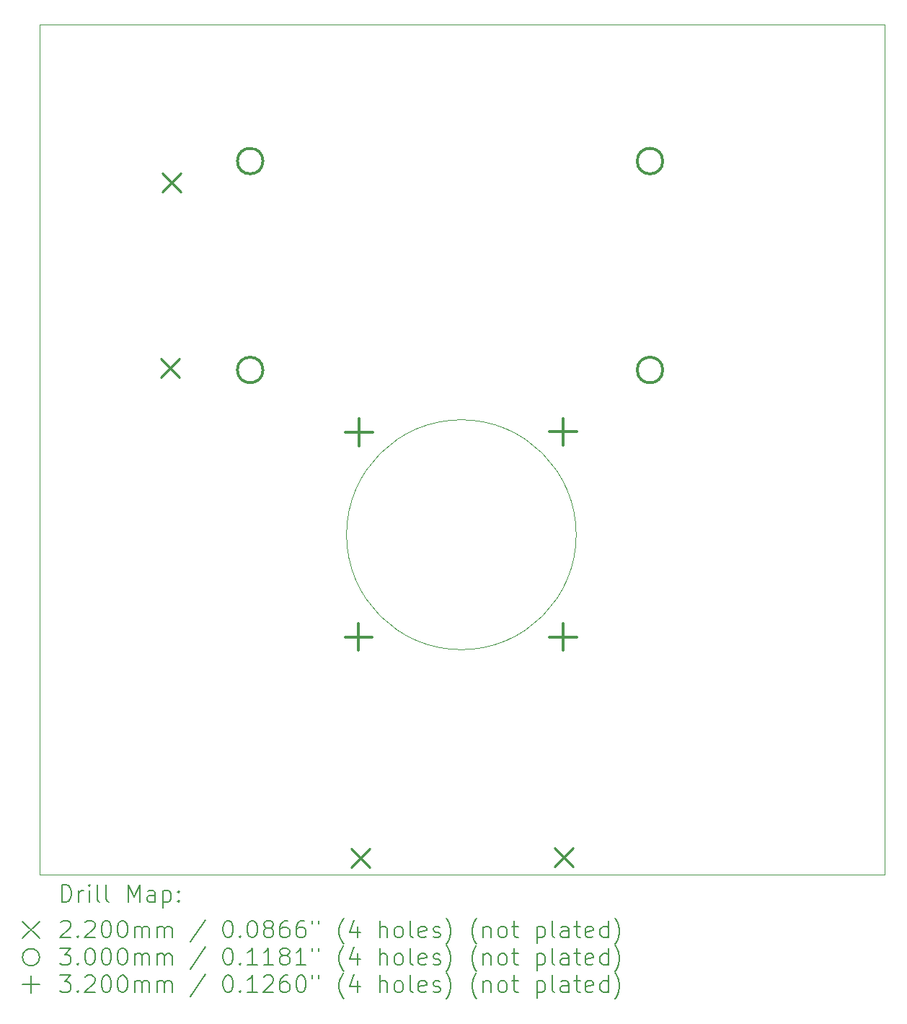
<source format=gbr>
%TF.GenerationSoftware,KiCad,Pcbnew,7.0.5*%
%TF.CreationDate,2023-08-03T15:07:47+02:00*%
%TF.ProjectId,Siguelineas,53696775-656c-4696-9e65-61732e6b6963,rev?*%
%TF.SameCoordinates,Original*%
%TF.FileFunction,Drillmap*%
%TF.FilePolarity,Positive*%
%FSLAX45Y45*%
G04 Gerber Fmt 4.5, Leading zero omitted, Abs format (unit mm)*
G04 Created by KiCad (PCBNEW 7.0.5) date 2023-08-03 15:07:47*
%MOMM*%
%LPD*%
G01*
G04 APERTURE LIST*
%ADD10C,0.100000*%
%ADD11C,0.200000*%
%ADD12C,0.220000*%
%ADD13C,0.300000*%
%ADD14C,0.320000*%
G04 APERTURE END LIST*
D10*
X9478000Y-4224000D02*
X19400000Y-4224000D01*
X19400000Y-14200000D01*
X9478000Y-14200000D01*
X9478000Y-4224000D01*
X15775940Y-10208260D02*
G75*
G03*
X15775940Y-10208260I-1348491J0D01*
G01*
D11*
D12*
X10898360Y-8145000D02*
X11118360Y-8365000D01*
X11118360Y-8145000D02*
X10898360Y-8365000D01*
X10913600Y-5965680D02*
X11133600Y-6185680D01*
X11133600Y-5965680D02*
X10913600Y-6185680D01*
X13136100Y-13887940D02*
X13356100Y-14107940D01*
X13356100Y-13887940D02*
X13136100Y-14107940D01*
X15518620Y-13882860D02*
X15738620Y-14102860D01*
X15738620Y-13882860D02*
X15518620Y-14102860D01*
D13*
X12097080Y-5824320D02*
G75*
G03*
X12097080Y-5824320I-150000J0D01*
G01*
X12097080Y-8275320D02*
G75*
G03*
X12097080Y-8275320I-150000J0D01*
G01*
X16792080Y-5824320D02*
G75*
G03*
X16792080Y-5824320I-150000J0D01*
G01*
X16792080Y-8275320D02*
G75*
G03*
X16792080Y-8275320I-150000J0D01*
G01*
D14*
X13220700Y-11247140D02*
X13220700Y-11567140D01*
X13060700Y-11407140D02*
X13380700Y-11407140D01*
X13225780Y-8846840D02*
X13225780Y-9166840D01*
X13065780Y-9006840D02*
X13385780Y-9006840D01*
X15621000Y-8841760D02*
X15621000Y-9161760D01*
X15461000Y-9001760D02*
X15781000Y-9001760D01*
X15621000Y-11247140D02*
X15621000Y-11567140D01*
X15461000Y-11407140D02*
X15781000Y-11407140D01*
D11*
X9733777Y-14516484D02*
X9733777Y-14316484D01*
X9733777Y-14316484D02*
X9781396Y-14316484D01*
X9781396Y-14316484D02*
X9809967Y-14326008D01*
X9809967Y-14326008D02*
X9829015Y-14345055D01*
X9829015Y-14345055D02*
X9838539Y-14364103D01*
X9838539Y-14364103D02*
X9848063Y-14402198D01*
X9848063Y-14402198D02*
X9848063Y-14430769D01*
X9848063Y-14430769D02*
X9838539Y-14468865D01*
X9838539Y-14468865D02*
X9829015Y-14487912D01*
X9829015Y-14487912D02*
X9809967Y-14506960D01*
X9809967Y-14506960D02*
X9781396Y-14516484D01*
X9781396Y-14516484D02*
X9733777Y-14516484D01*
X9933777Y-14516484D02*
X9933777Y-14383150D01*
X9933777Y-14421246D02*
X9943301Y-14402198D01*
X9943301Y-14402198D02*
X9952824Y-14392674D01*
X9952824Y-14392674D02*
X9971872Y-14383150D01*
X9971872Y-14383150D02*
X9990920Y-14383150D01*
X10057586Y-14516484D02*
X10057586Y-14383150D01*
X10057586Y-14316484D02*
X10048063Y-14326008D01*
X10048063Y-14326008D02*
X10057586Y-14335531D01*
X10057586Y-14335531D02*
X10067110Y-14326008D01*
X10067110Y-14326008D02*
X10057586Y-14316484D01*
X10057586Y-14316484D02*
X10057586Y-14335531D01*
X10181396Y-14516484D02*
X10162348Y-14506960D01*
X10162348Y-14506960D02*
X10152824Y-14487912D01*
X10152824Y-14487912D02*
X10152824Y-14316484D01*
X10286158Y-14516484D02*
X10267110Y-14506960D01*
X10267110Y-14506960D02*
X10257586Y-14487912D01*
X10257586Y-14487912D02*
X10257586Y-14316484D01*
X10514729Y-14516484D02*
X10514729Y-14316484D01*
X10514729Y-14316484D02*
X10581396Y-14459341D01*
X10581396Y-14459341D02*
X10648063Y-14316484D01*
X10648063Y-14316484D02*
X10648063Y-14516484D01*
X10829015Y-14516484D02*
X10829015Y-14411722D01*
X10829015Y-14411722D02*
X10819491Y-14392674D01*
X10819491Y-14392674D02*
X10800444Y-14383150D01*
X10800444Y-14383150D02*
X10762348Y-14383150D01*
X10762348Y-14383150D02*
X10743301Y-14392674D01*
X10829015Y-14506960D02*
X10809967Y-14516484D01*
X10809967Y-14516484D02*
X10762348Y-14516484D01*
X10762348Y-14516484D02*
X10743301Y-14506960D01*
X10743301Y-14506960D02*
X10733777Y-14487912D01*
X10733777Y-14487912D02*
X10733777Y-14468865D01*
X10733777Y-14468865D02*
X10743301Y-14449817D01*
X10743301Y-14449817D02*
X10762348Y-14440293D01*
X10762348Y-14440293D02*
X10809967Y-14440293D01*
X10809967Y-14440293D02*
X10829015Y-14430769D01*
X10924253Y-14383150D02*
X10924253Y-14583150D01*
X10924253Y-14392674D02*
X10943301Y-14383150D01*
X10943301Y-14383150D02*
X10981396Y-14383150D01*
X10981396Y-14383150D02*
X11000444Y-14392674D01*
X11000444Y-14392674D02*
X11009967Y-14402198D01*
X11009967Y-14402198D02*
X11019491Y-14421246D01*
X11019491Y-14421246D02*
X11019491Y-14478388D01*
X11019491Y-14478388D02*
X11009967Y-14497436D01*
X11009967Y-14497436D02*
X11000444Y-14506960D01*
X11000444Y-14506960D02*
X10981396Y-14516484D01*
X10981396Y-14516484D02*
X10943301Y-14516484D01*
X10943301Y-14516484D02*
X10924253Y-14506960D01*
X11105205Y-14497436D02*
X11114729Y-14506960D01*
X11114729Y-14506960D02*
X11105205Y-14516484D01*
X11105205Y-14516484D02*
X11095682Y-14506960D01*
X11095682Y-14506960D02*
X11105205Y-14497436D01*
X11105205Y-14497436D02*
X11105205Y-14516484D01*
X11105205Y-14392674D02*
X11114729Y-14402198D01*
X11114729Y-14402198D02*
X11105205Y-14411722D01*
X11105205Y-14411722D02*
X11095682Y-14402198D01*
X11095682Y-14402198D02*
X11105205Y-14392674D01*
X11105205Y-14392674D02*
X11105205Y-14411722D01*
X9273000Y-14745000D02*
X9473000Y-14945000D01*
X9473000Y-14745000D02*
X9273000Y-14945000D01*
X9724253Y-14755531D02*
X9733777Y-14746008D01*
X9733777Y-14746008D02*
X9752824Y-14736484D01*
X9752824Y-14736484D02*
X9800444Y-14736484D01*
X9800444Y-14736484D02*
X9819491Y-14746008D01*
X9819491Y-14746008D02*
X9829015Y-14755531D01*
X9829015Y-14755531D02*
X9838539Y-14774579D01*
X9838539Y-14774579D02*
X9838539Y-14793627D01*
X9838539Y-14793627D02*
X9829015Y-14822198D01*
X9829015Y-14822198D02*
X9714729Y-14936484D01*
X9714729Y-14936484D02*
X9838539Y-14936484D01*
X9924253Y-14917436D02*
X9933777Y-14926960D01*
X9933777Y-14926960D02*
X9924253Y-14936484D01*
X9924253Y-14936484D02*
X9914729Y-14926960D01*
X9914729Y-14926960D02*
X9924253Y-14917436D01*
X9924253Y-14917436D02*
X9924253Y-14936484D01*
X10009967Y-14755531D02*
X10019491Y-14746008D01*
X10019491Y-14746008D02*
X10038539Y-14736484D01*
X10038539Y-14736484D02*
X10086158Y-14736484D01*
X10086158Y-14736484D02*
X10105205Y-14746008D01*
X10105205Y-14746008D02*
X10114729Y-14755531D01*
X10114729Y-14755531D02*
X10124253Y-14774579D01*
X10124253Y-14774579D02*
X10124253Y-14793627D01*
X10124253Y-14793627D02*
X10114729Y-14822198D01*
X10114729Y-14822198D02*
X10000444Y-14936484D01*
X10000444Y-14936484D02*
X10124253Y-14936484D01*
X10248063Y-14736484D02*
X10267110Y-14736484D01*
X10267110Y-14736484D02*
X10286158Y-14746008D01*
X10286158Y-14746008D02*
X10295682Y-14755531D01*
X10295682Y-14755531D02*
X10305205Y-14774579D01*
X10305205Y-14774579D02*
X10314729Y-14812674D01*
X10314729Y-14812674D02*
X10314729Y-14860293D01*
X10314729Y-14860293D02*
X10305205Y-14898388D01*
X10305205Y-14898388D02*
X10295682Y-14917436D01*
X10295682Y-14917436D02*
X10286158Y-14926960D01*
X10286158Y-14926960D02*
X10267110Y-14936484D01*
X10267110Y-14936484D02*
X10248063Y-14936484D01*
X10248063Y-14936484D02*
X10229015Y-14926960D01*
X10229015Y-14926960D02*
X10219491Y-14917436D01*
X10219491Y-14917436D02*
X10209967Y-14898388D01*
X10209967Y-14898388D02*
X10200444Y-14860293D01*
X10200444Y-14860293D02*
X10200444Y-14812674D01*
X10200444Y-14812674D02*
X10209967Y-14774579D01*
X10209967Y-14774579D02*
X10219491Y-14755531D01*
X10219491Y-14755531D02*
X10229015Y-14746008D01*
X10229015Y-14746008D02*
X10248063Y-14736484D01*
X10438539Y-14736484D02*
X10457586Y-14736484D01*
X10457586Y-14736484D02*
X10476634Y-14746008D01*
X10476634Y-14746008D02*
X10486158Y-14755531D01*
X10486158Y-14755531D02*
X10495682Y-14774579D01*
X10495682Y-14774579D02*
X10505205Y-14812674D01*
X10505205Y-14812674D02*
X10505205Y-14860293D01*
X10505205Y-14860293D02*
X10495682Y-14898388D01*
X10495682Y-14898388D02*
X10486158Y-14917436D01*
X10486158Y-14917436D02*
X10476634Y-14926960D01*
X10476634Y-14926960D02*
X10457586Y-14936484D01*
X10457586Y-14936484D02*
X10438539Y-14936484D01*
X10438539Y-14936484D02*
X10419491Y-14926960D01*
X10419491Y-14926960D02*
X10409967Y-14917436D01*
X10409967Y-14917436D02*
X10400444Y-14898388D01*
X10400444Y-14898388D02*
X10390920Y-14860293D01*
X10390920Y-14860293D02*
X10390920Y-14812674D01*
X10390920Y-14812674D02*
X10400444Y-14774579D01*
X10400444Y-14774579D02*
X10409967Y-14755531D01*
X10409967Y-14755531D02*
X10419491Y-14746008D01*
X10419491Y-14746008D02*
X10438539Y-14736484D01*
X10590920Y-14936484D02*
X10590920Y-14803150D01*
X10590920Y-14822198D02*
X10600444Y-14812674D01*
X10600444Y-14812674D02*
X10619491Y-14803150D01*
X10619491Y-14803150D02*
X10648063Y-14803150D01*
X10648063Y-14803150D02*
X10667110Y-14812674D01*
X10667110Y-14812674D02*
X10676634Y-14831722D01*
X10676634Y-14831722D02*
X10676634Y-14936484D01*
X10676634Y-14831722D02*
X10686158Y-14812674D01*
X10686158Y-14812674D02*
X10705205Y-14803150D01*
X10705205Y-14803150D02*
X10733777Y-14803150D01*
X10733777Y-14803150D02*
X10752825Y-14812674D01*
X10752825Y-14812674D02*
X10762348Y-14831722D01*
X10762348Y-14831722D02*
X10762348Y-14936484D01*
X10857586Y-14936484D02*
X10857586Y-14803150D01*
X10857586Y-14822198D02*
X10867110Y-14812674D01*
X10867110Y-14812674D02*
X10886158Y-14803150D01*
X10886158Y-14803150D02*
X10914729Y-14803150D01*
X10914729Y-14803150D02*
X10933777Y-14812674D01*
X10933777Y-14812674D02*
X10943301Y-14831722D01*
X10943301Y-14831722D02*
X10943301Y-14936484D01*
X10943301Y-14831722D02*
X10952825Y-14812674D01*
X10952825Y-14812674D02*
X10971872Y-14803150D01*
X10971872Y-14803150D02*
X11000444Y-14803150D01*
X11000444Y-14803150D02*
X11019491Y-14812674D01*
X11019491Y-14812674D02*
X11029015Y-14831722D01*
X11029015Y-14831722D02*
X11029015Y-14936484D01*
X11419491Y-14726960D02*
X11248063Y-14984103D01*
X11676634Y-14736484D02*
X11695682Y-14736484D01*
X11695682Y-14736484D02*
X11714729Y-14746008D01*
X11714729Y-14746008D02*
X11724253Y-14755531D01*
X11724253Y-14755531D02*
X11733777Y-14774579D01*
X11733777Y-14774579D02*
X11743301Y-14812674D01*
X11743301Y-14812674D02*
X11743301Y-14860293D01*
X11743301Y-14860293D02*
X11733777Y-14898388D01*
X11733777Y-14898388D02*
X11724253Y-14917436D01*
X11724253Y-14917436D02*
X11714729Y-14926960D01*
X11714729Y-14926960D02*
X11695682Y-14936484D01*
X11695682Y-14936484D02*
X11676634Y-14936484D01*
X11676634Y-14936484D02*
X11657586Y-14926960D01*
X11657586Y-14926960D02*
X11648063Y-14917436D01*
X11648063Y-14917436D02*
X11638539Y-14898388D01*
X11638539Y-14898388D02*
X11629015Y-14860293D01*
X11629015Y-14860293D02*
X11629015Y-14812674D01*
X11629015Y-14812674D02*
X11638539Y-14774579D01*
X11638539Y-14774579D02*
X11648063Y-14755531D01*
X11648063Y-14755531D02*
X11657586Y-14746008D01*
X11657586Y-14746008D02*
X11676634Y-14736484D01*
X11829015Y-14917436D02*
X11838539Y-14926960D01*
X11838539Y-14926960D02*
X11829015Y-14936484D01*
X11829015Y-14936484D02*
X11819491Y-14926960D01*
X11819491Y-14926960D02*
X11829015Y-14917436D01*
X11829015Y-14917436D02*
X11829015Y-14936484D01*
X11962348Y-14736484D02*
X11981396Y-14736484D01*
X11981396Y-14736484D02*
X12000444Y-14746008D01*
X12000444Y-14746008D02*
X12009967Y-14755531D01*
X12009967Y-14755531D02*
X12019491Y-14774579D01*
X12019491Y-14774579D02*
X12029015Y-14812674D01*
X12029015Y-14812674D02*
X12029015Y-14860293D01*
X12029015Y-14860293D02*
X12019491Y-14898388D01*
X12019491Y-14898388D02*
X12009967Y-14917436D01*
X12009967Y-14917436D02*
X12000444Y-14926960D01*
X12000444Y-14926960D02*
X11981396Y-14936484D01*
X11981396Y-14936484D02*
X11962348Y-14936484D01*
X11962348Y-14936484D02*
X11943301Y-14926960D01*
X11943301Y-14926960D02*
X11933777Y-14917436D01*
X11933777Y-14917436D02*
X11924253Y-14898388D01*
X11924253Y-14898388D02*
X11914729Y-14860293D01*
X11914729Y-14860293D02*
X11914729Y-14812674D01*
X11914729Y-14812674D02*
X11924253Y-14774579D01*
X11924253Y-14774579D02*
X11933777Y-14755531D01*
X11933777Y-14755531D02*
X11943301Y-14746008D01*
X11943301Y-14746008D02*
X11962348Y-14736484D01*
X12143301Y-14822198D02*
X12124253Y-14812674D01*
X12124253Y-14812674D02*
X12114729Y-14803150D01*
X12114729Y-14803150D02*
X12105206Y-14784103D01*
X12105206Y-14784103D02*
X12105206Y-14774579D01*
X12105206Y-14774579D02*
X12114729Y-14755531D01*
X12114729Y-14755531D02*
X12124253Y-14746008D01*
X12124253Y-14746008D02*
X12143301Y-14736484D01*
X12143301Y-14736484D02*
X12181396Y-14736484D01*
X12181396Y-14736484D02*
X12200444Y-14746008D01*
X12200444Y-14746008D02*
X12209967Y-14755531D01*
X12209967Y-14755531D02*
X12219491Y-14774579D01*
X12219491Y-14774579D02*
X12219491Y-14784103D01*
X12219491Y-14784103D02*
X12209967Y-14803150D01*
X12209967Y-14803150D02*
X12200444Y-14812674D01*
X12200444Y-14812674D02*
X12181396Y-14822198D01*
X12181396Y-14822198D02*
X12143301Y-14822198D01*
X12143301Y-14822198D02*
X12124253Y-14831722D01*
X12124253Y-14831722D02*
X12114729Y-14841246D01*
X12114729Y-14841246D02*
X12105206Y-14860293D01*
X12105206Y-14860293D02*
X12105206Y-14898388D01*
X12105206Y-14898388D02*
X12114729Y-14917436D01*
X12114729Y-14917436D02*
X12124253Y-14926960D01*
X12124253Y-14926960D02*
X12143301Y-14936484D01*
X12143301Y-14936484D02*
X12181396Y-14936484D01*
X12181396Y-14936484D02*
X12200444Y-14926960D01*
X12200444Y-14926960D02*
X12209967Y-14917436D01*
X12209967Y-14917436D02*
X12219491Y-14898388D01*
X12219491Y-14898388D02*
X12219491Y-14860293D01*
X12219491Y-14860293D02*
X12209967Y-14841246D01*
X12209967Y-14841246D02*
X12200444Y-14831722D01*
X12200444Y-14831722D02*
X12181396Y-14822198D01*
X12390920Y-14736484D02*
X12352825Y-14736484D01*
X12352825Y-14736484D02*
X12333777Y-14746008D01*
X12333777Y-14746008D02*
X12324253Y-14755531D01*
X12324253Y-14755531D02*
X12305206Y-14784103D01*
X12305206Y-14784103D02*
X12295682Y-14822198D01*
X12295682Y-14822198D02*
X12295682Y-14898388D01*
X12295682Y-14898388D02*
X12305206Y-14917436D01*
X12305206Y-14917436D02*
X12314729Y-14926960D01*
X12314729Y-14926960D02*
X12333777Y-14936484D01*
X12333777Y-14936484D02*
X12371872Y-14936484D01*
X12371872Y-14936484D02*
X12390920Y-14926960D01*
X12390920Y-14926960D02*
X12400444Y-14917436D01*
X12400444Y-14917436D02*
X12409967Y-14898388D01*
X12409967Y-14898388D02*
X12409967Y-14850769D01*
X12409967Y-14850769D02*
X12400444Y-14831722D01*
X12400444Y-14831722D02*
X12390920Y-14822198D01*
X12390920Y-14822198D02*
X12371872Y-14812674D01*
X12371872Y-14812674D02*
X12333777Y-14812674D01*
X12333777Y-14812674D02*
X12314729Y-14822198D01*
X12314729Y-14822198D02*
X12305206Y-14831722D01*
X12305206Y-14831722D02*
X12295682Y-14850769D01*
X12581396Y-14736484D02*
X12543301Y-14736484D01*
X12543301Y-14736484D02*
X12524253Y-14746008D01*
X12524253Y-14746008D02*
X12514729Y-14755531D01*
X12514729Y-14755531D02*
X12495682Y-14784103D01*
X12495682Y-14784103D02*
X12486158Y-14822198D01*
X12486158Y-14822198D02*
X12486158Y-14898388D01*
X12486158Y-14898388D02*
X12495682Y-14917436D01*
X12495682Y-14917436D02*
X12505206Y-14926960D01*
X12505206Y-14926960D02*
X12524253Y-14936484D01*
X12524253Y-14936484D02*
X12562348Y-14936484D01*
X12562348Y-14936484D02*
X12581396Y-14926960D01*
X12581396Y-14926960D02*
X12590920Y-14917436D01*
X12590920Y-14917436D02*
X12600444Y-14898388D01*
X12600444Y-14898388D02*
X12600444Y-14850769D01*
X12600444Y-14850769D02*
X12590920Y-14831722D01*
X12590920Y-14831722D02*
X12581396Y-14822198D01*
X12581396Y-14822198D02*
X12562348Y-14812674D01*
X12562348Y-14812674D02*
X12524253Y-14812674D01*
X12524253Y-14812674D02*
X12505206Y-14822198D01*
X12505206Y-14822198D02*
X12495682Y-14831722D01*
X12495682Y-14831722D02*
X12486158Y-14850769D01*
X12676634Y-14736484D02*
X12676634Y-14774579D01*
X12752825Y-14736484D02*
X12752825Y-14774579D01*
X13048063Y-15012674D02*
X13038539Y-15003150D01*
X13038539Y-15003150D02*
X13019491Y-14974579D01*
X13019491Y-14974579D02*
X13009968Y-14955531D01*
X13009968Y-14955531D02*
X13000444Y-14926960D01*
X13000444Y-14926960D02*
X12990920Y-14879341D01*
X12990920Y-14879341D02*
X12990920Y-14841246D01*
X12990920Y-14841246D02*
X13000444Y-14793627D01*
X13000444Y-14793627D02*
X13009968Y-14765055D01*
X13009968Y-14765055D02*
X13019491Y-14746008D01*
X13019491Y-14746008D02*
X13038539Y-14717436D01*
X13038539Y-14717436D02*
X13048063Y-14707912D01*
X13209968Y-14803150D02*
X13209968Y-14936484D01*
X13162348Y-14726960D02*
X13114729Y-14869817D01*
X13114729Y-14869817D02*
X13238539Y-14869817D01*
X13467110Y-14936484D02*
X13467110Y-14736484D01*
X13552825Y-14936484D02*
X13552825Y-14831722D01*
X13552825Y-14831722D02*
X13543301Y-14812674D01*
X13543301Y-14812674D02*
X13524253Y-14803150D01*
X13524253Y-14803150D02*
X13495682Y-14803150D01*
X13495682Y-14803150D02*
X13476634Y-14812674D01*
X13476634Y-14812674D02*
X13467110Y-14822198D01*
X13676634Y-14936484D02*
X13657587Y-14926960D01*
X13657587Y-14926960D02*
X13648063Y-14917436D01*
X13648063Y-14917436D02*
X13638539Y-14898388D01*
X13638539Y-14898388D02*
X13638539Y-14841246D01*
X13638539Y-14841246D02*
X13648063Y-14822198D01*
X13648063Y-14822198D02*
X13657587Y-14812674D01*
X13657587Y-14812674D02*
X13676634Y-14803150D01*
X13676634Y-14803150D02*
X13705206Y-14803150D01*
X13705206Y-14803150D02*
X13724253Y-14812674D01*
X13724253Y-14812674D02*
X13733777Y-14822198D01*
X13733777Y-14822198D02*
X13743301Y-14841246D01*
X13743301Y-14841246D02*
X13743301Y-14898388D01*
X13743301Y-14898388D02*
X13733777Y-14917436D01*
X13733777Y-14917436D02*
X13724253Y-14926960D01*
X13724253Y-14926960D02*
X13705206Y-14936484D01*
X13705206Y-14936484D02*
X13676634Y-14936484D01*
X13857587Y-14936484D02*
X13838539Y-14926960D01*
X13838539Y-14926960D02*
X13829015Y-14907912D01*
X13829015Y-14907912D02*
X13829015Y-14736484D01*
X14009968Y-14926960D02*
X13990920Y-14936484D01*
X13990920Y-14936484D02*
X13952825Y-14936484D01*
X13952825Y-14936484D02*
X13933777Y-14926960D01*
X13933777Y-14926960D02*
X13924253Y-14907912D01*
X13924253Y-14907912D02*
X13924253Y-14831722D01*
X13924253Y-14831722D02*
X13933777Y-14812674D01*
X13933777Y-14812674D02*
X13952825Y-14803150D01*
X13952825Y-14803150D02*
X13990920Y-14803150D01*
X13990920Y-14803150D02*
X14009968Y-14812674D01*
X14009968Y-14812674D02*
X14019491Y-14831722D01*
X14019491Y-14831722D02*
X14019491Y-14850769D01*
X14019491Y-14850769D02*
X13924253Y-14869817D01*
X14095682Y-14926960D02*
X14114730Y-14936484D01*
X14114730Y-14936484D02*
X14152825Y-14936484D01*
X14152825Y-14936484D02*
X14171872Y-14926960D01*
X14171872Y-14926960D02*
X14181396Y-14907912D01*
X14181396Y-14907912D02*
X14181396Y-14898388D01*
X14181396Y-14898388D02*
X14171872Y-14879341D01*
X14171872Y-14879341D02*
X14152825Y-14869817D01*
X14152825Y-14869817D02*
X14124253Y-14869817D01*
X14124253Y-14869817D02*
X14105206Y-14860293D01*
X14105206Y-14860293D02*
X14095682Y-14841246D01*
X14095682Y-14841246D02*
X14095682Y-14831722D01*
X14095682Y-14831722D02*
X14105206Y-14812674D01*
X14105206Y-14812674D02*
X14124253Y-14803150D01*
X14124253Y-14803150D02*
X14152825Y-14803150D01*
X14152825Y-14803150D02*
X14171872Y-14812674D01*
X14248063Y-15012674D02*
X14257587Y-15003150D01*
X14257587Y-15003150D02*
X14276634Y-14974579D01*
X14276634Y-14974579D02*
X14286158Y-14955531D01*
X14286158Y-14955531D02*
X14295682Y-14926960D01*
X14295682Y-14926960D02*
X14305206Y-14879341D01*
X14305206Y-14879341D02*
X14305206Y-14841246D01*
X14305206Y-14841246D02*
X14295682Y-14793627D01*
X14295682Y-14793627D02*
X14286158Y-14765055D01*
X14286158Y-14765055D02*
X14276634Y-14746008D01*
X14276634Y-14746008D02*
X14257587Y-14717436D01*
X14257587Y-14717436D02*
X14248063Y-14707912D01*
X14609968Y-15012674D02*
X14600444Y-15003150D01*
X14600444Y-15003150D02*
X14581396Y-14974579D01*
X14581396Y-14974579D02*
X14571872Y-14955531D01*
X14571872Y-14955531D02*
X14562349Y-14926960D01*
X14562349Y-14926960D02*
X14552825Y-14879341D01*
X14552825Y-14879341D02*
X14552825Y-14841246D01*
X14552825Y-14841246D02*
X14562349Y-14793627D01*
X14562349Y-14793627D02*
X14571872Y-14765055D01*
X14571872Y-14765055D02*
X14581396Y-14746008D01*
X14581396Y-14746008D02*
X14600444Y-14717436D01*
X14600444Y-14717436D02*
X14609968Y-14707912D01*
X14686158Y-14803150D02*
X14686158Y-14936484D01*
X14686158Y-14822198D02*
X14695682Y-14812674D01*
X14695682Y-14812674D02*
X14714730Y-14803150D01*
X14714730Y-14803150D02*
X14743301Y-14803150D01*
X14743301Y-14803150D02*
X14762349Y-14812674D01*
X14762349Y-14812674D02*
X14771872Y-14831722D01*
X14771872Y-14831722D02*
X14771872Y-14936484D01*
X14895682Y-14936484D02*
X14876634Y-14926960D01*
X14876634Y-14926960D02*
X14867111Y-14917436D01*
X14867111Y-14917436D02*
X14857587Y-14898388D01*
X14857587Y-14898388D02*
X14857587Y-14841246D01*
X14857587Y-14841246D02*
X14867111Y-14822198D01*
X14867111Y-14822198D02*
X14876634Y-14812674D01*
X14876634Y-14812674D02*
X14895682Y-14803150D01*
X14895682Y-14803150D02*
X14924253Y-14803150D01*
X14924253Y-14803150D02*
X14943301Y-14812674D01*
X14943301Y-14812674D02*
X14952825Y-14822198D01*
X14952825Y-14822198D02*
X14962349Y-14841246D01*
X14962349Y-14841246D02*
X14962349Y-14898388D01*
X14962349Y-14898388D02*
X14952825Y-14917436D01*
X14952825Y-14917436D02*
X14943301Y-14926960D01*
X14943301Y-14926960D02*
X14924253Y-14936484D01*
X14924253Y-14936484D02*
X14895682Y-14936484D01*
X15019492Y-14803150D02*
X15095682Y-14803150D01*
X15048063Y-14736484D02*
X15048063Y-14907912D01*
X15048063Y-14907912D02*
X15057587Y-14926960D01*
X15057587Y-14926960D02*
X15076634Y-14936484D01*
X15076634Y-14936484D02*
X15095682Y-14936484D01*
X15314730Y-14803150D02*
X15314730Y-15003150D01*
X15314730Y-14812674D02*
X15333777Y-14803150D01*
X15333777Y-14803150D02*
X15371873Y-14803150D01*
X15371873Y-14803150D02*
X15390920Y-14812674D01*
X15390920Y-14812674D02*
X15400444Y-14822198D01*
X15400444Y-14822198D02*
X15409968Y-14841246D01*
X15409968Y-14841246D02*
X15409968Y-14898388D01*
X15409968Y-14898388D02*
X15400444Y-14917436D01*
X15400444Y-14917436D02*
X15390920Y-14926960D01*
X15390920Y-14926960D02*
X15371873Y-14936484D01*
X15371873Y-14936484D02*
X15333777Y-14936484D01*
X15333777Y-14936484D02*
X15314730Y-14926960D01*
X15524253Y-14936484D02*
X15505206Y-14926960D01*
X15505206Y-14926960D02*
X15495682Y-14907912D01*
X15495682Y-14907912D02*
X15495682Y-14736484D01*
X15686158Y-14936484D02*
X15686158Y-14831722D01*
X15686158Y-14831722D02*
X15676634Y-14812674D01*
X15676634Y-14812674D02*
X15657587Y-14803150D01*
X15657587Y-14803150D02*
X15619492Y-14803150D01*
X15619492Y-14803150D02*
X15600444Y-14812674D01*
X15686158Y-14926960D02*
X15667111Y-14936484D01*
X15667111Y-14936484D02*
X15619492Y-14936484D01*
X15619492Y-14936484D02*
X15600444Y-14926960D01*
X15600444Y-14926960D02*
X15590920Y-14907912D01*
X15590920Y-14907912D02*
X15590920Y-14888865D01*
X15590920Y-14888865D02*
X15600444Y-14869817D01*
X15600444Y-14869817D02*
X15619492Y-14860293D01*
X15619492Y-14860293D02*
X15667111Y-14860293D01*
X15667111Y-14860293D02*
X15686158Y-14850769D01*
X15752825Y-14803150D02*
X15829015Y-14803150D01*
X15781396Y-14736484D02*
X15781396Y-14907912D01*
X15781396Y-14907912D02*
X15790920Y-14926960D01*
X15790920Y-14926960D02*
X15809968Y-14936484D01*
X15809968Y-14936484D02*
X15829015Y-14936484D01*
X15971873Y-14926960D02*
X15952825Y-14936484D01*
X15952825Y-14936484D02*
X15914730Y-14936484D01*
X15914730Y-14936484D02*
X15895682Y-14926960D01*
X15895682Y-14926960D02*
X15886158Y-14907912D01*
X15886158Y-14907912D02*
X15886158Y-14831722D01*
X15886158Y-14831722D02*
X15895682Y-14812674D01*
X15895682Y-14812674D02*
X15914730Y-14803150D01*
X15914730Y-14803150D02*
X15952825Y-14803150D01*
X15952825Y-14803150D02*
X15971873Y-14812674D01*
X15971873Y-14812674D02*
X15981396Y-14831722D01*
X15981396Y-14831722D02*
X15981396Y-14850769D01*
X15981396Y-14850769D02*
X15886158Y-14869817D01*
X16152825Y-14936484D02*
X16152825Y-14736484D01*
X16152825Y-14926960D02*
X16133777Y-14936484D01*
X16133777Y-14936484D02*
X16095682Y-14936484D01*
X16095682Y-14936484D02*
X16076634Y-14926960D01*
X16076634Y-14926960D02*
X16067111Y-14917436D01*
X16067111Y-14917436D02*
X16057587Y-14898388D01*
X16057587Y-14898388D02*
X16057587Y-14841246D01*
X16057587Y-14841246D02*
X16067111Y-14822198D01*
X16067111Y-14822198D02*
X16076634Y-14812674D01*
X16076634Y-14812674D02*
X16095682Y-14803150D01*
X16095682Y-14803150D02*
X16133777Y-14803150D01*
X16133777Y-14803150D02*
X16152825Y-14812674D01*
X16229015Y-15012674D02*
X16238539Y-15003150D01*
X16238539Y-15003150D02*
X16257587Y-14974579D01*
X16257587Y-14974579D02*
X16267111Y-14955531D01*
X16267111Y-14955531D02*
X16276634Y-14926960D01*
X16276634Y-14926960D02*
X16286158Y-14879341D01*
X16286158Y-14879341D02*
X16286158Y-14841246D01*
X16286158Y-14841246D02*
X16276634Y-14793627D01*
X16276634Y-14793627D02*
X16267111Y-14765055D01*
X16267111Y-14765055D02*
X16257587Y-14746008D01*
X16257587Y-14746008D02*
X16238539Y-14717436D01*
X16238539Y-14717436D02*
X16229015Y-14707912D01*
X9473000Y-15165000D02*
G75*
G03*
X9473000Y-15165000I-100000J0D01*
G01*
X9714729Y-15056484D02*
X9838539Y-15056484D01*
X9838539Y-15056484D02*
X9771872Y-15132674D01*
X9771872Y-15132674D02*
X9800444Y-15132674D01*
X9800444Y-15132674D02*
X9819491Y-15142198D01*
X9819491Y-15142198D02*
X9829015Y-15151722D01*
X9829015Y-15151722D02*
X9838539Y-15170769D01*
X9838539Y-15170769D02*
X9838539Y-15218388D01*
X9838539Y-15218388D02*
X9829015Y-15237436D01*
X9829015Y-15237436D02*
X9819491Y-15246960D01*
X9819491Y-15246960D02*
X9800444Y-15256484D01*
X9800444Y-15256484D02*
X9743301Y-15256484D01*
X9743301Y-15256484D02*
X9724253Y-15246960D01*
X9724253Y-15246960D02*
X9714729Y-15237436D01*
X9924253Y-15237436D02*
X9933777Y-15246960D01*
X9933777Y-15246960D02*
X9924253Y-15256484D01*
X9924253Y-15256484D02*
X9914729Y-15246960D01*
X9914729Y-15246960D02*
X9924253Y-15237436D01*
X9924253Y-15237436D02*
X9924253Y-15256484D01*
X10057586Y-15056484D02*
X10076634Y-15056484D01*
X10076634Y-15056484D02*
X10095682Y-15066008D01*
X10095682Y-15066008D02*
X10105205Y-15075531D01*
X10105205Y-15075531D02*
X10114729Y-15094579D01*
X10114729Y-15094579D02*
X10124253Y-15132674D01*
X10124253Y-15132674D02*
X10124253Y-15180293D01*
X10124253Y-15180293D02*
X10114729Y-15218388D01*
X10114729Y-15218388D02*
X10105205Y-15237436D01*
X10105205Y-15237436D02*
X10095682Y-15246960D01*
X10095682Y-15246960D02*
X10076634Y-15256484D01*
X10076634Y-15256484D02*
X10057586Y-15256484D01*
X10057586Y-15256484D02*
X10038539Y-15246960D01*
X10038539Y-15246960D02*
X10029015Y-15237436D01*
X10029015Y-15237436D02*
X10019491Y-15218388D01*
X10019491Y-15218388D02*
X10009967Y-15180293D01*
X10009967Y-15180293D02*
X10009967Y-15132674D01*
X10009967Y-15132674D02*
X10019491Y-15094579D01*
X10019491Y-15094579D02*
X10029015Y-15075531D01*
X10029015Y-15075531D02*
X10038539Y-15066008D01*
X10038539Y-15066008D02*
X10057586Y-15056484D01*
X10248063Y-15056484D02*
X10267110Y-15056484D01*
X10267110Y-15056484D02*
X10286158Y-15066008D01*
X10286158Y-15066008D02*
X10295682Y-15075531D01*
X10295682Y-15075531D02*
X10305205Y-15094579D01*
X10305205Y-15094579D02*
X10314729Y-15132674D01*
X10314729Y-15132674D02*
X10314729Y-15180293D01*
X10314729Y-15180293D02*
X10305205Y-15218388D01*
X10305205Y-15218388D02*
X10295682Y-15237436D01*
X10295682Y-15237436D02*
X10286158Y-15246960D01*
X10286158Y-15246960D02*
X10267110Y-15256484D01*
X10267110Y-15256484D02*
X10248063Y-15256484D01*
X10248063Y-15256484D02*
X10229015Y-15246960D01*
X10229015Y-15246960D02*
X10219491Y-15237436D01*
X10219491Y-15237436D02*
X10209967Y-15218388D01*
X10209967Y-15218388D02*
X10200444Y-15180293D01*
X10200444Y-15180293D02*
X10200444Y-15132674D01*
X10200444Y-15132674D02*
X10209967Y-15094579D01*
X10209967Y-15094579D02*
X10219491Y-15075531D01*
X10219491Y-15075531D02*
X10229015Y-15066008D01*
X10229015Y-15066008D02*
X10248063Y-15056484D01*
X10438539Y-15056484D02*
X10457586Y-15056484D01*
X10457586Y-15056484D02*
X10476634Y-15066008D01*
X10476634Y-15066008D02*
X10486158Y-15075531D01*
X10486158Y-15075531D02*
X10495682Y-15094579D01*
X10495682Y-15094579D02*
X10505205Y-15132674D01*
X10505205Y-15132674D02*
X10505205Y-15180293D01*
X10505205Y-15180293D02*
X10495682Y-15218388D01*
X10495682Y-15218388D02*
X10486158Y-15237436D01*
X10486158Y-15237436D02*
X10476634Y-15246960D01*
X10476634Y-15246960D02*
X10457586Y-15256484D01*
X10457586Y-15256484D02*
X10438539Y-15256484D01*
X10438539Y-15256484D02*
X10419491Y-15246960D01*
X10419491Y-15246960D02*
X10409967Y-15237436D01*
X10409967Y-15237436D02*
X10400444Y-15218388D01*
X10400444Y-15218388D02*
X10390920Y-15180293D01*
X10390920Y-15180293D02*
X10390920Y-15132674D01*
X10390920Y-15132674D02*
X10400444Y-15094579D01*
X10400444Y-15094579D02*
X10409967Y-15075531D01*
X10409967Y-15075531D02*
X10419491Y-15066008D01*
X10419491Y-15066008D02*
X10438539Y-15056484D01*
X10590920Y-15256484D02*
X10590920Y-15123150D01*
X10590920Y-15142198D02*
X10600444Y-15132674D01*
X10600444Y-15132674D02*
X10619491Y-15123150D01*
X10619491Y-15123150D02*
X10648063Y-15123150D01*
X10648063Y-15123150D02*
X10667110Y-15132674D01*
X10667110Y-15132674D02*
X10676634Y-15151722D01*
X10676634Y-15151722D02*
X10676634Y-15256484D01*
X10676634Y-15151722D02*
X10686158Y-15132674D01*
X10686158Y-15132674D02*
X10705205Y-15123150D01*
X10705205Y-15123150D02*
X10733777Y-15123150D01*
X10733777Y-15123150D02*
X10752825Y-15132674D01*
X10752825Y-15132674D02*
X10762348Y-15151722D01*
X10762348Y-15151722D02*
X10762348Y-15256484D01*
X10857586Y-15256484D02*
X10857586Y-15123150D01*
X10857586Y-15142198D02*
X10867110Y-15132674D01*
X10867110Y-15132674D02*
X10886158Y-15123150D01*
X10886158Y-15123150D02*
X10914729Y-15123150D01*
X10914729Y-15123150D02*
X10933777Y-15132674D01*
X10933777Y-15132674D02*
X10943301Y-15151722D01*
X10943301Y-15151722D02*
X10943301Y-15256484D01*
X10943301Y-15151722D02*
X10952825Y-15132674D01*
X10952825Y-15132674D02*
X10971872Y-15123150D01*
X10971872Y-15123150D02*
X11000444Y-15123150D01*
X11000444Y-15123150D02*
X11019491Y-15132674D01*
X11019491Y-15132674D02*
X11029015Y-15151722D01*
X11029015Y-15151722D02*
X11029015Y-15256484D01*
X11419491Y-15046960D02*
X11248063Y-15304103D01*
X11676634Y-15056484D02*
X11695682Y-15056484D01*
X11695682Y-15056484D02*
X11714729Y-15066008D01*
X11714729Y-15066008D02*
X11724253Y-15075531D01*
X11724253Y-15075531D02*
X11733777Y-15094579D01*
X11733777Y-15094579D02*
X11743301Y-15132674D01*
X11743301Y-15132674D02*
X11743301Y-15180293D01*
X11743301Y-15180293D02*
X11733777Y-15218388D01*
X11733777Y-15218388D02*
X11724253Y-15237436D01*
X11724253Y-15237436D02*
X11714729Y-15246960D01*
X11714729Y-15246960D02*
X11695682Y-15256484D01*
X11695682Y-15256484D02*
X11676634Y-15256484D01*
X11676634Y-15256484D02*
X11657586Y-15246960D01*
X11657586Y-15246960D02*
X11648063Y-15237436D01*
X11648063Y-15237436D02*
X11638539Y-15218388D01*
X11638539Y-15218388D02*
X11629015Y-15180293D01*
X11629015Y-15180293D02*
X11629015Y-15132674D01*
X11629015Y-15132674D02*
X11638539Y-15094579D01*
X11638539Y-15094579D02*
X11648063Y-15075531D01*
X11648063Y-15075531D02*
X11657586Y-15066008D01*
X11657586Y-15066008D02*
X11676634Y-15056484D01*
X11829015Y-15237436D02*
X11838539Y-15246960D01*
X11838539Y-15246960D02*
X11829015Y-15256484D01*
X11829015Y-15256484D02*
X11819491Y-15246960D01*
X11819491Y-15246960D02*
X11829015Y-15237436D01*
X11829015Y-15237436D02*
X11829015Y-15256484D01*
X12029015Y-15256484D02*
X11914729Y-15256484D01*
X11971872Y-15256484D02*
X11971872Y-15056484D01*
X11971872Y-15056484D02*
X11952825Y-15085055D01*
X11952825Y-15085055D02*
X11933777Y-15104103D01*
X11933777Y-15104103D02*
X11914729Y-15113627D01*
X12219491Y-15256484D02*
X12105206Y-15256484D01*
X12162348Y-15256484D02*
X12162348Y-15056484D01*
X12162348Y-15056484D02*
X12143301Y-15085055D01*
X12143301Y-15085055D02*
X12124253Y-15104103D01*
X12124253Y-15104103D02*
X12105206Y-15113627D01*
X12333777Y-15142198D02*
X12314729Y-15132674D01*
X12314729Y-15132674D02*
X12305206Y-15123150D01*
X12305206Y-15123150D02*
X12295682Y-15104103D01*
X12295682Y-15104103D02*
X12295682Y-15094579D01*
X12295682Y-15094579D02*
X12305206Y-15075531D01*
X12305206Y-15075531D02*
X12314729Y-15066008D01*
X12314729Y-15066008D02*
X12333777Y-15056484D01*
X12333777Y-15056484D02*
X12371872Y-15056484D01*
X12371872Y-15056484D02*
X12390920Y-15066008D01*
X12390920Y-15066008D02*
X12400444Y-15075531D01*
X12400444Y-15075531D02*
X12409967Y-15094579D01*
X12409967Y-15094579D02*
X12409967Y-15104103D01*
X12409967Y-15104103D02*
X12400444Y-15123150D01*
X12400444Y-15123150D02*
X12390920Y-15132674D01*
X12390920Y-15132674D02*
X12371872Y-15142198D01*
X12371872Y-15142198D02*
X12333777Y-15142198D01*
X12333777Y-15142198D02*
X12314729Y-15151722D01*
X12314729Y-15151722D02*
X12305206Y-15161246D01*
X12305206Y-15161246D02*
X12295682Y-15180293D01*
X12295682Y-15180293D02*
X12295682Y-15218388D01*
X12295682Y-15218388D02*
X12305206Y-15237436D01*
X12305206Y-15237436D02*
X12314729Y-15246960D01*
X12314729Y-15246960D02*
X12333777Y-15256484D01*
X12333777Y-15256484D02*
X12371872Y-15256484D01*
X12371872Y-15256484D02*
X12390920Y-15246960D01*
X12390920Y-15246960D02*
X12400444Y-15237436D01*
X12400444Y-15237436D02*
X12409967Y-15218388D01*
X12409967Y-15218388D02*
X12409967Y-15180293D01*
X12409967Y-15180293D02*
X12400444Y-15161246D01*
X12400444Y-15161246D02*
X12390920Y-15151722D01*
X12390920Y-15151722D02*
X12371872Y-15142198D01*
X12600444Y-15256484D02*
X12486158Y-15256484D01*
X12543301Y-15256484D02*
X12543301Y-15056484D01*
X12543301Y-15056484D02*
X12524253Y-15085055D01*
X12524253Y-15085055D02*
X12505206Y-15104103D01*
X12505206Y-15104103D02*
X12486158Y-15113627D01*
X12676634Y-15056484D02*
X12676634Y-15094579D01*
X12752825Y-15056484D02*
X12752825Y-15094579D01*
X13048063Y-15332674D02*
X13038539Y-15323150D01*
X13038539Y-15323150D02*
X13019491Y-15294579D01*
X13019491Y-15294579D02*
X13009968Y-15275531D01*
X13009968Y-15275531D02*
X13000444Y-15246960D01*
X13000444Y-15246960D02*
X12990920Y-15199341D01*
X12990920Y-15199341D02*
X12990920Y-15161246D01*
X12990920Y-15161246D02*
X13000444Y-15113627D01*
X13000444Y-15113627D02*
X13009968Y-15085055D01*
X13009968Y-15085055D02*
X13019491Y-15066008D01*
X13019491Y-15066008D02*
X13038539Y-15037436D01*
X13038539Y-15037436D02*
X13048063Y-15027912D01*
X13209968Y-15123150D02*
X13209968Y-15256484D01*
X13162348Y-15046960D02*
X13114729Y-15189817D01*
X13114729Y-15189817D02*
X13238539Y-15189817D01*
X13467110Y-15256484D02*
X13467110Y-15056484D01*
X13552825Y-15256484D02*
X13552825Y-15151722D01*
X13552825Y-15151722D02*
X13543301Y-15132674D01*
X13543301Y-15132674D02*
X13524253Y-15123150D01*
X13524253Y-15123150D02*
X13495682Y-15123150D01*
X13495682Y-15123150D02*
X13476634Y-15132674D01*
X13476634Y-15132674D02*
X13467110Y-15142198D01*
X13676634Y-15256484D02*
X13657587Y-15246960D01*
X13657587Y-15246960D02*
X13648063Y-15237436D01*
X13648063Y-15237436D02*
X13638539Y-15218388D01*
X13638539Y-15218388D02*
X13638539Y-15161246D01*
X13638539Y-15161246D02*
X13648063Y-15142198D01*
X13648063Y-15142198D02*
X13657587Y-15132674D01*
X13657587Y-15132674D02*
X13676634Y-15123150D01*
X13676634Y-15123150D02*
X13705206Y-15123150D01*
X13705206Y-15123150D02*
X13724253Y-15132674D01*
X13724253Y-15132674D02*
X13733777Y-15142198D01*
X13733777Y-15142198D02*
X13743301Y-15161246D01*
X13743301Y-15161246D02*
X13743301Y-15218388D01*
X13743301Y-15218388D02*
X13733777Y-15237436D01*
X13733777Y-15237436D02*
X13724253Y-15246960D01*
X13724253Y-15246960D02*
X13705206Y-15256484D01*
X13705206Y-15256484D02*
X13676634Y-15256484D01*
X13857587Y-15256484D02*
X13838539Y-15246960D01*
X13838539Y-15246960D02*
X13829015Y-15227912D01*
X13829015Y-15227912D02*
X13829015Y-15056484D01*
X14009968Y-15246960D02*
X13990920Y-15256484D01*
X13990920Y-15256484D02*
X13952825Y-15256484D01*
X13952825Y-15256484D02*
X13933777Y-15246960D01*
X13933777Y-15246960D02*
X13924253Y-15227912D01*
X13924253Y-15227912D02*
X13924253Y-15151722D01*
X13924253Y-15151722D02*
X13933777Y-15132674D01*
X13933777Y-15132674D02*
X13952825Y-15123150D01*
X13952825Y-15123150D02*
X13990920Y-15123150D01*
X13990920Y-15123150D02*
X14009968Y-15132674D01*
X14009968Y-15132674D02*
X14019491Y-15151722D01*
X14019491Y-15151722D02*
X14019491Y-15170769D01*
X14019491Y-15170769D02*
X13924253Y-15189817D01*
X14095682Y-15246960D02*
X14114730Y-15256484D01*
X14114730Y-15256484D02*
X14152825Y-15256484D01*
X14152825Y-15256484D02*
X14171872Y-15246960D01*
X14171872Y-15246960D02*
X14181396Y-15227912D01*
X14181396Y-15227912D02*
X14181396Y-15218388D01*
X14181396Y-15218388D02*
X14171872Y-15199341D01*
X14171872Y-15199341D02*
X14152825Y-15189817D01*
X14152825Y-15189817D02*
X14124253Y-15189817D01*
X14124253Y-15189817D02*
X14105206Y-15180293D01*
X14105206Y-15180293D02*
X14095682Y-15161246D01*
X14095682Y-15161246D02*
X14095682Y-15151722D01*
X14095682Y-15151722D02*
X14105206Y-15132674D01*
X14105206Y-15132674D02*
X14124253Y-15123150D01*
X14124253Y-15123150D02*
X14152825Y-15123150D01*
X14152825Y-15123150D02*
X14171872Y-15132674D01*
X14248063Y-15332674D02*
X14257587Y-15323150D01*
X14257587Y-15323150D02*
X14276634Y-15294579D01*
X14276634Y-15294579D02*
X14286158Y-15275531D01*
X14286158Y-15275531D02*
X14295682Y-15246960D01*
X14295682Y-15246960D02*
X14305206Y-15199341D01*
X14305206Y-15199341D02*
X14305206Y-15161246D01*
X14305206Y-15161246D02*
X14295682Y-15113627D01*
X14295682Y-15113627D02*
X14286158Y-15085055D01*
X14286158Y-15085055D02*
X14276634Y-15066008D01*
X14276634Y-15066008D02*
X14257587Y-15037436D01*
X14257587Y-15037436D02*
X14248063Y-15027912D01*
X14609968Y-15332674D02*
X14600444Y-15323150D01*
X14600444Y-15323150D02*
X14581396Y-15294579D01*
X14581396Y-15294579D02*
X14571872Y-15275531D01*
X14571872Y-15275531D02*
X14562349Y-15246960D01*
X14562349Y-15246960D02*
X14552825Y-15199341D01*
X14552825Y-15199341D02*
X14552825Y-15161246D01*
X14552825Y-15161246D02*
X14562349Y-15113627D01*
X14562349Y-15113627D02*
X14571872Y-15085055D01*
X14571872Y-15085055D02*
X14581396Y-15066008D01*
X14581396Y-15066008D02*
X14600444Y-15037436D01*
X14600444Y-15037436D02*
X14609968Y-15027912D01*
X14686158Y-15123150D02*
X14686158Y-15256484D01*
X14686158Y-15142198D02*
X14695682Y-15132674D01*
X14695682Y-15132674D02*
X14714730Y-15123150D01*
X14714730Y-15123150D02*
X14743301Y-15123150D01*
X14743301Y-15123150D02*
X14762349Y-15132674D01*
X14762349Y-15132674D02*
X14771872Y-15151722D01*
X14771872Y-15151722D02*
X14771872Y-15256484D01*
X14895682Y-15256484D02*
X14876634Y-15246960D01*
X14876634Y-15246960D02*
X14867111Y-15237436D01*
X14867111Y-15237436D02*
X14857587Y-15218388D01*
X14857587Y-15218388D02*
X14857587Y-15161246D01*
X14857587Y-15161246D02*
X14867111Y-15142198D01*
X14867111Y-15142198D02*
X14876634Y-15132674D01*
X14876634Y-15132674D02*
X14895682Y-15123150D01*
X14895682Y-15123150D02*
X14924253Y-15123150D01*
X14924253Y-15123150D02*
X14943301Y-15132674D01*
X14943301Y-15132674D02*
X14952825Y-15142198D01*
X14952825Y-15142198D02*
X14962349Y-15161246D01*
X14962349Y-15161246D02*
X14962349Y-15218388D01*
X14962349Y-15218388D02*
X14952825Y-15237436D01*
X14952825Y-15237436D02*
X14943301Y-15246960D01*
X14943301Y-15246960D02*
X14924253Y-15256484D01*
X14924253Y-15256484D02*
X14895682Y-15256484D01*
X15019492Y-15123150D02*
X15095682Y-15123150D01*
X15048063Y-15056484D02*
X15048063Y-15227912D01*
X15048063Y-15227912D02*
X15057587Y-15246960D01*
X15057587Y-15246960D02*
X15076634Y-15256484D01*
X15076634Y-15256484D02*
X15095682Y-15256484D01*
X15314730Y-15123150D02*
X15314730Y-15323150D01*
X15314730Y-15132674D02*
X15333777Y-15123150D01*
X15333777Y-15123150D02*
X15371873Y-15123150D01*
X15371873Y-15123150D02*
X15390920Y-15132674D01*
X15390920Y-15132674D02*
X15400444Y-15142198D01*
X15400444Y-15142198D02*
X15409968Y-15161246D01*
X15409968Y-15161246D02*
X15409968Y-15218388D01*
X15409968Y-15218388D02*
X15400444Y-15237436D01*
X15400444Y-15237436D02*
X15390920Y-15246960D01*
X15390920Y-15246960D02*
X15371873Y-15256484D01*
X15371873Y-15256484D02*
X15333777Y-15256484D01*
X15333777Y-15256484D02*
X15314730Y-15246960D01*
X15524253Y-15256484D02*
X15505206Y-15246960D01*
X15505206Y-15246960D02*
X15495682Y-15227912D01*
X15495682Y-15227912D02*
X15495682Y-15056484D01*
X15686158Y-15256484D02*
X15686158Y-15151722D01*
X15686158Y-15151722D02*
X15676634Y-15132674D01*
X15676634Y-15132674D02*
X15657587Y-15123150D01*
X15657587Y-15123150D02*
X15619492Y-15123150D01*
X15619492Y-15123150D02*
X15600444Y-15132674D01*
X15686158Y-15246960D02*
X15667111Y-15256484D01*
X15667111Y-15256484D02*
X15619492Y-15256484D01*
X15619492Y-15256484D02*
X15600444Y-15246960D01*
X15600444Y-15246960D02*
X15590920Y-15227912D01*
X15590920Y-15227912D02*
X15590920Y-15208865D01*
X15590920Y-15208865D02*
X15600444Y-15189817D01*
X15600444Y-15189817D02*
X15619492Y-15180293D01*
X15619492Y-15180293D02*
X15667111Y-15180293D01*
X15667111Y-15180293D02*
X15686158Y-15170769D01*
X15752825Y-15123150D02*
X15829015Y-15123150D01*
X15781396Y-15056484D02*
X15781396Y-15227912D01*
X15781396Y-15227912D02*
X15790920Y-15246960D01*
X15790920Y-15246960D02*
X15809968Y-15256484D01*
X15809968Y-15256484D02*
X15829015Y-15256484D01*
X15971873Y-15246960D02*
X15952825Y-15256484D01*
X15952825Y-15256484D02*
X15914730Y-15256484D01*
X15914730Y-15256484D02*
X15895682Y-15246960D01*
X15895682Y-15246960D02*
X15886158Y-15227912D01*
X15886158Y-15227912D02*
X15886158Y-15151722D01*
X15886158Y-15151722D02*
X15895682Y-15132674D01*
X15895682Y-15132674D02*
X15914730Y-15123150D01*
X15914730Y-15123150D02*
X15952825Y-15123150D01*
X15952825Y-15123150D02*
X15971873Y-15132674D01*
X15971873Y-15132674D02*
X15981396Y-15151722D01*
X15981396Y-15151722D02*
X15981396Y-15170769D01*
X15981396Y-15170769D02*
X15886158Y-15189817D01*
X16152825Y-15256484D02*
X16152825Y-15056484D01*
X16152825Y-15246960D02*
X16133777Y-15256484D01*
X16133777Y-15256484D02*
X16095682Y-15256484D01*
X16095682Y-15256484D02*
X16076634Y-15246960D01*
X16076634Y-15246960D02*
X16067111Y-15237436D01*
X16067111Y-15237436D02*
X16057587Y-15218388D01*
X16057587Y-15218388D02*
X16057587Y-15161246D01*
X16057587Y-15161246D02*
X16067111Y-15142198D01*
X16067111Y-15142198D02*
X16076634Y-15132674D01*
X16076634Y-15132674D02*
X16095682Y-15123150D01*
X16095682Y-15123150D02*
X16133777Y-15123150D01*
X16133777Y-15123150D02*
X16152825Y-15132674D01*
X16229015Y-15332674D02*
X16238539Y-15323150D01*
X16238539Y-15323150D02*
X16257587Y-15294579D01*
X16257587Y-15294579D02*
X16267111Y-15275531D01*
X16267111Y-15275531D02*
X16276634Y-15246960D01*
X16276634Y-15246960D02*
X16286158Y-15199341D01*
X16286158Y-15199341D02*
X16286158Y-15161246D01*
X16286158Y-15161246D02*
X16276634Y-15113627D01*
X16276634Y-15113627D02*
X16267111Y-15085055D01*
X16267111Y-15085055D02*
X16257587Y-15066008D01*
X16257587Y-15066008D02*
X16238539Y-15037436D01*
X16238539Y-15037436D02*
X16229015Y-15027912D01*
X9373000Y-15385000D02*
X9373000Y-15585000D01*
X9273000Y-15485000D02*
X9473000Y-15485000D01*
X9714729Y-15376484D02*
X9838539Y-15376484D01*
X9838539Y-15376484D02*
X9771872Y-15452674D01*
X9771872Y-15452674D02*
X9800444Y-15452674D01*
X9800444Y-15452674D02*
X9819491Y-15462198D01*
X9819491Y-15462198D02*
X9829015Y-15471722D01*
X9829015Y-15471722D02*
X9838539Y-15490769D01*
X9838539Y-15490769D02*
X9838539Y-15538388D01*
X9838539Y-15538388D02*
X9829015Y-15557436D01*
X9829015Y-15557436D02*
X9819491Y-15566960D01*
X9819491Y-15566960D02*
X9800444Y-15576484D01*
X9800444Y-15576484D02*
X9743301Y-15576484D01*
X9743301Y-15576484D02*
X9724253Y-15566960D01*
X9724253Y-15566960D02*
X9714729Y-15557436D01*
X9924253Y-15557436D02*
X9933777Y-15566960D01*
X9933777Y-15566960D02*
X9924253Y-15576484D01*
X9924253Y-15576484D02*
X9914729Y-15566960D01*
X9914729Y-15566960D02*
X9924253Y-15557436D01*
X9924253Y-15557436D02*
X9924253Y-15576484D01*
X10009967Y-15395531D02*
X10019491Y-15386008D01*
X10019491Y-15386008D02*
X10038539Y-15376484D01*
X10038539Y-15376484D02*
X10086158Y-15376484D01*
X10086158Y-15376484D02*
X10105205Y-15386008D01*
X10105205Y-15386008D02*
X10114729Y-15395531D01*
X10114729Y-15395531D02*
X10124253Y-15414579D01*
X10124253Y-15414579D02*
X10124253Y-15433627D01*
X10124253Y-15433627D02*
X10114729Y-15462198D01*
X10114729Y-15462198D02*
X10000444Y-15576484D01*
X10000444Y-15576484D02*
X10124253Y-15576484D01*
X10248063Y-15376484D02*
X10267110Y-15376484D01*
X10267110Y-15376484D02*
X10286158Y-15386008D01*
X10286158Y-15386008D02*
X10295682Y-15395531D01*
X10295682Y-15395531D02*
X10305205Y-15414579D01*
X10305205Y-15414579D02*
X10314729Y-15452674D01*
X10314729Y-15452674D02*
X10314729Y-15500293D01*
X10314729Y-15500293D02*
X10305205Y-15538388D01*
X10305205Y-15538388D02*
X10295682Y-15557436D01*
X10295682Y-15557436D02*
X10286158Y-15566960D01*
X10286158Y-15566960D02*
X10267110Y-15576484D01*
X10267110Y-15576484D02*
X10248063Y-15576484D01*
X10248063Y-15576484D02*
X10229015Y-15566960D01*
X10229015Y-15566960D02*
X10219491Y-15557436D01*
X10219491Y-15557436D02*
X10209967Y-15538388D01*
X10209967Y-15538388D02*
X10200444Y-15500293D01*
X10200444Y-15500293D02*
X10200444Y-15452674D01*
X10200444Y-15452674D02*
X10209967Y-15414579D01*
X10209967Y-15414579D02*
X10219491Y-15395531D01*
X10219491Y-15395531D02*
X10229015Y-15386008D01*
X10229015Y-15386008D02*
X10248063Y-15376484D01*
X10438539Y-15376484D02*
X10457586Y-15376484D01*
X10457586Y-15376484D02*
X10476634Y-15386008D01*
X10476634Y-15386008D02*
X10486158Y-15395531D01*
X10486158Y-15395531D02*
X10495682Y-15414579D01*
X10495682Y-15414579D02*
X10505205Y-15452674D01*
X10505205Y-15452674D02*
X10505205Y-15500293D01*
X10505205Y-15500293D02*
X10495682Y-15538388D01*
X10495682Y-15538388D02*
X10486158Y-15557436D01*
X10486158Y-15557436D02*
X10476634Y-15566960D01*
X10476634Y-15566960D02*
X10457586Y-15576484D01*
X10457586Y-15576484D02*
X10438539Y-15576484D01*
X10438539Y-15576484D02*
X10419491Y-15566960D01*
X10419491Y-15566960D02*
X10409967Y-15557436D01*
X10409967Y-15557436D02*
X10400444Y-15538388D01*
X10400444Y-15538388D02*
X10390920Y-15500293D01*
X10390920Y-15500293D02*
X10390920Y-15452674D01*
X10390920Y-15452674D02*
X10400444Y-15414579D01*
X10400444Y-15414579D02*
X10409967Y-15395531D01*
X10409967Y-15395531D02*
X10419491Y-15386008D01*
X10419491Y-15386008D02*
X10438539Y-15376484D01*
X10590920Y-15576484D02*
X10590920Y-15443150D01*
X10590920Y-15462198D02*
X10600444Y-15452674D01*
X10600444Y-15452674D02*
X10619491Y-15443150D01*
X10619491Y-15443150D02*
X10648063Y-15443150D01*
X10648063Y-15443150D02*
X10667110Y-15452674D01*
X10667110Y-15452674D02*
X10676634Y-15471722D01*
X10676634Y-15471722D02*
X10676634Y-15576484D01*
X10676634Y-15471722D02*
X10686158Y-15452674D01*
X10686158Y-15452674D02*
X10705205Y-15443150D01*
X10705205Y-15443150D02*
X10733777Y-15443150D01*
X10733777Y-15443150D02*
X10752825Y-15452674D01*
X10752825Y-15452674D02*
X10762348Y-15471722D01*
X10762348Y-15471722D02*
X10762348Y-15576484D01*
X10857586Y-15576484D02*
X10857586Y-15443150D01*
X10857586Y-15462198D02*
X10867110Y-15452674D01*
X10867110Y-15452674D02*
X10886158Y-15443150D01*
X10886158Y-15443150D02*
X10914729Y-15443150D01*
X10914729Y-15443150D02*
X10933777Y-15452674D01*
X10933777Y-15452674D02*
X10943301Y-15471722D01*
X10943301Y-15471722D02*
X10943301Y-15576484D01*
X10943301Y-15471722D02*
X10952825Y-15452674D01*
X10952825Y-15452674D02*
X10971872Y-15443150D01*
X10971872Y-15443150D02*
X11000444Y-15443150D01*
X11000444Y-15443150D02*
X11019491Y-15452674D01*
X11019491Y-15452674D02*
X11029015Y-15471722D01*
X11029015Y-15471722D02*
X11029015Y-15576484D01*
X11419491Y-15366960D02*
X11248063Y-15624103D01*
X11676634Y-15376484D02*
X11695682Y-15376484D01*
X11695682Y-15376484D02*
X11714729Y-15386008D01*
X11714729Y-15386008D02*
X11724253Y-15395531D01*
X11724253Y-15395531D02*
X11733777Y-15414579D01*
X11733777Y-15414579D02*
X11743301Y-15452674D01*
X11743301Y-15452674D02*
X11743301Y-15500293D01*
X11743301Y-15500293D02*
X11733777Y-15538388D01*
X11733777Y-15538388D02*
X11724253Y-15557436D01*
X11724253Y-15557436D02*
X11714729Y-15566960D01*
X11714729Y-15566960D02*
X11695682Y-15576484D01*
X11695682Y-15576484D02*
X11676634Y-15576484D01*
X11676634Y-15576484D02*
X11657586Y-15566960D01*
X11657586Y-15566960D02*
X11648063Y-15557436D01*
X11648063Y-15557436D02*
X11638539Y-15538388D01*
X11638539Y-15538388D02*
X11629015Y-15500293D01*
X11629015Y-15500293D02*
X11629015Y-15452674D01*
X11629015Y-15452674D02*
X11638539Y-15414579D01*
X11638539Y-15414579D02*
X11648063Y-15395531D01*
X11648063Y-15395531D02*
X11657586Y-15386008D01*
X11657586Y-15386008D02*
X11676634Y-15376484D01*
X11829015Y-15557436D02*
X11838539Y-15566960D01*
X11838539Y-15566960D02*
X11829015Y-15576484D01*
X11829015Y-15576484D02*
X11819491Y-15566960D01*
X11819491Y-15566960D02*
X11829015Y-15557436D01*
X11829015Y-15557436D02*
X11829015Y-15576484D01*
X12029015Y-15576484D02*
X11914729Y-15576484D01*
X11971872Y-15576484D02*
X11971872Y-15376484D01*
X11971872Y-15376484D02*
X11952825Y-15405055D01*
X11952825Y-15405055D02*
X11933777Y-15424103D01*
X11933777Y-15424103D02*
X11914729Y-15433627D01*
X12105206Y-15395531D02*
X12114729Y-15386008D01*
X12114729Y-15386008D02*
X12133777Y-15376484D01*
X12133777Y-15376484D02*
X12181396Y-15376484D01*
X12181396Y-15376484D02*
X12200444Y-15386008D01*
X12200444Y-15386008D02*
X12209967Y-15395531D01*
X12209967Y-15395531D02*
X12219491Y-15414579D01*
X12219491Y-15414579D02*
X12219491Y-15433627D01*
X12219491Y-15433627D02*
X12209967Y-15462198D01*
X12209967Y-15462198D02*
X12095682Y-15576484D01*
X12095682Y-15576484D02*
X12219491Y-15576484D01*
X12390920Y-15376484D02*
X12352825Y-15376484D01*
X12352825Y-15376484D02*
X12333777Y-15386008D01*
X12333777Y-15386008D02*
X12324253Y-15395531D01*
X12324253Y-15395531D02*
X12305206Y-15424103D01*
X12305206Y-15424103D02*
X12295682Y-15462198D01*
X12295682Y-15462198D02*
X12295682Y-15538388D01*
X12295682Y-15538388D02*
X12305206Y-15557436D01*
X12305206Y-15557436D02*
X12314729Y-15566960D01*
X12314729Y-15566960D02*
X12333777Y-15576484D01*
X12333777Y-15576484D02*
X12371872Y-15576484D01*
X12371872Y-15576484D02*
X12390920Y-15566960D01*
X12390920Y-15566960D02*
X12400444Y-15557436D01*
X12400444Y-15557436D02*
X12409967Y-15538388D01*
X12409967Y-15538388D02*
X12409967Y-15490769D01*
X12409967Y-15490769D02*
X12400444Y-15471722D01*
X12400444Y-15471722D02*
X12390920Y-15462198D01*
X12390920Y-15462198D02*
X12371872Y-15452674D01*
X12371872Y-15452674D02*
X12333777Y-15452674D01*
X12333777Y-15452674D02*
X12314729Y-15462198D01*
X12314729Y-15462198D02*
X12305206Y-15471722D01*
X12305206Y-15471722D02*
X12295682Y-15490769D01*
X12533777Y-15376484D02*
X12552825Y-15376484D01*
X12552825Y-15376484D02*
X12571872Y-15386008D01*
X12571872Y-15386008D02*
X12581396Y-15395531D01*
X12581396Y-15395531D02*
X12590920Y-15414579D01*
X12590920Y-15414579D02*
X12600444Y-15452674D01*
X12600444Y-15452674D02*
X12600444Y-15500293D01*
X12600444Y-15500293D02*
X12590920Y-15538388D01*
X12590920Y-15538388D02*
X12581396Y-15557436D01*
X12581396Y-15557436D02*
X12571872Y-15566960D01*
X12571872Y-15566960D02*
X12552825Y-15576484D01*
X12552825Y-15576484D02*
X12533777Y-15576484D01*
X12533777Y-15576484D02*
X12514729Y-15566960D01*
X12514729Y-15566960D02*
X12505206Y-15557436D01*
X12505206Y-15557436D02*
X12495682Y-15538388D01*
X12495682Y-15538388D02*
X12486158Y-15500293D01*
X12486158Y-15500293D02*
X12486158Y-15452674D01*
X12486158Y-15452674D02*
X12495682Y-15414579D01*
X12495682Y-15414579D02*
X12505206Y-15395531D01*
X12505206Y-15395531D02*
X12514729Y-15386008D01*
X12514729Y-15386008D02*
X12533777Y-15376484D01*
X12676634Y-15376484D02*
X12676634Y-15414579D01*
X12752825Y-15376484D02*
X12752825Y-15414579D01*
X13048063Y-15652674D02*
X13038539Y-15643150D01*
X13038539Y-15643150D02*
X13019491Y-15614579D01*
X13019491Y-15614579D02*
X13009968Y-15595531D01*
X13009968Y-15595531D02*
X13000444Y-15566960D01*
X13000444Y-15566960D02*
X12990920Y-15519341D01*
X12990920Y-15519341D02*
X12990920Y-15481246D01*
X12990920Y-15481246D02*
X13000444Y-15433627D01*
X13000444Y-15433627D02*
X13009968Y-15405055D01*
X13009968Y-15405055D02*
X13019491Y-15386008D01*
X13019491Y-15386008D02*
X13038539Y-15357436D01*
X13038539Y-15357436D02*
X13048063Y-15347912D01*
X13209968Y-15443150D02*
X13209968Y-15576484D01*
X13162348Y-15366960D02*
X13114729Y-15509817D01*
X13114729Y-15509817D02*
X13238539Y-15509817D01*
X13467110Y-15576484D02*
X13467110Y-15376484D01*
X13552825Y-15576484D02*
X13552825Y-15471722D01*
X13552825Y-15471722D02*
X13543301Y-15452674D01*
X13543301Y-15452674D02*
X13524253Y-15443150D01*
X13524253Y-15443150D02*
X13495682Y-15443150D01*
X13495682Y-15443150D02*
X13476634Y-15452674D01*
X13476634Y-15452674D02*
X13467110Y-15462198D01*
X13676634Y-15576484D02*
X13657587Y-15566960D01*
X13657587Y-15566960D02*
X13648063Y-15557436D01*
X13648063Y-15557436D02*
X13638539Y-15538388D01*
X13638539Y-15538388D02*
X13638539Y-15481246D01*
X13638539Y-15481246D02*
X13648063Y-15462198D01*
X13648063Y-15462198D02*
X13657587Y-15452674D01*
X13657587Y-15452674D02*
X13676634Y-15443150D01*
X13676634Y-15443150D02*
X13705206Y-15443150D01*
X13705206Y-15443150D02*
X13724253Y-15452674D01*
X13724253Y-15452674D02*
X13733777Y-15462198D01*
X13733777Y-15462198D02*
X13743301Y-15481246D01*
X13743301Y-15481246D02*
X13743301Y-15538388D01*
X13743301Y-15538388D02*
X13733777Y-15557436D01*
X13733777Y-15557436D02*
X13724253Y-15566960D01*
X13724253Y-15566960D02*
X13705206Y-15576484D01*
X13705206Y-15576484D02*
X13676634Y-15576484D01*
X13857587Y-15576484D02*
X13838539Y-15566960D01*
X13838539Y-15566960D02*
X13829015Y-15547912D01*
X13829015Y-15547912D02*
X13829015Y-15376484D01*
X14009968Y-15566960D02*
X13990920Y-15576484D01*
X13990920Y-15576484D02*
X13952825Y-15576484D01*
X13952825Y-15576484D02*
X13933777Y-15566960D01*
X13933777Y-15566960D02*
X13924253Y-15547912D01*
X13924253Y-15547912D02*
X13924253Y-15471722D01*
X13924253Y-15471722D02*
X13933777Y-15452674D01*
X13933777Y-15452674D02*
X13952825Y-15443150D01*
X13952825Y-15443150D02*
X13990920Y-15443150D01*
X13990920Y-15443150D02*
X14009968Y-15452674D01*
X14009968Y-15452674D02*
X14019491Y-15471722D01*
X14019491Y-15471722D02*
X14019491Y-15490769D01*
X14019491Y-15490769D02*
X13924253Y-15509817D01*
X14095682Y-15566960D02*
X14114730Y-15576484D01*
X14114730Y-15576484D02*
X14152825Y-15576484D01*
X14152825Y-15576484D02*
X14171872Y-15566960D01*
X14171872Y-15566960D02*
X14181396Y-15547912D01*
X14181396Y-15547912D02*
X14181396Y-15538388D01*
X14181396Y-15538388D02*
X14171872Y-15519341D01*
X14171872Y-15519341D02*
X14152825Y-15509817D01*
X14152825Y-15509817D02*
X14124253Y-15509817D01*
X14124253Y-15509817D02*
X14105206Y-15500293D01*
X14105206Y-15500293D02*
X14095682Y-15481246D01*
X14095682Y-15481246D02*
X14095682Y-15471722D01*
X14095682Y-15471722D02*
X14105206Y-15452674D01*
X14105206Y-15452674D02*
X14124253Y-15443150D01*
X14124253Y-15443150D02*
X14152825Y-15443150D01*
X14152825Y-15443150D02*
X14171872Y-15452674D01*
X14248063Y-15652674D02*
X14257587Y-15643150D01*
X14257587Y-15643150D02*
X14276634Y-15614579D01*
X14276634Y-15614579D02*
X14286158Y-15595531D01*
X14286158Y-15595531D02*
X14295682Y-15566960D01*
X14295682Y-15566960D02*
X14305206Y-15519341D01*
X14305206Y-15519341D02*
X14305206Y-15481246D01*
X14305206Y-15481246D02*
X14295682Y-15433627D01*
X14295682Y-15433627D02*
X14286158Y-15405055D01*
X14286158Y-15405055D02*
X14276634Y-15386008D01*
X14276634Y-15386008D02*
X14257587Y-15357436D01*
X14257587Y-15357436D02*
X14248063Y-15347912D01*
X14609968Y-15652674D02*
X14600444Y-15643150D01*
X14600444Y-15643150D02*
X14581396Y-15614579D01*
X14581396Y-15614579D02*
X14571872Y-15595531D01*
X14571872Y-15595531D02*
X14562349Y-15566960D01*
X14562349Y-15566960D02*
X14552825Y-15519341D01*
X14552825Y-15519341D02*
X14552825Y-15481246D01*
X14552825Y-15481246D02*
X14562349Y-15433627D01*
X14562349Y-15433627D02*
X14571872Y-15405055D01*
X14571872Y-15405055D02*
X14581396Y-15386008D01*
X14581396Y-15386008D02*
X14600444Y-15357436D01*
X14600444Y-15357436D02*
X14609968Y-15347912D01*
X14686158Y-15443150D02*
X14686158Y-15576484D01*
X14686158Y-15462198D02*
X14695682Y-15452674D01*
X14695682Y-15452674D02*
X14714730Y-15443150D01*
X14714730Y-15443150D02*
X14743301Y-15443150D01*
X14743301Y-15443150D02*
X14762349Y-15452674D01*
X14762349Y-15452674D02*
X14771872Y-15471722D01*
X14771872Y-15471722D02*
X14771872Y-15576484D01*
X14895682Y-15576484D02*
X14876634Y-15566960D01*
X14876634Y-15566960D02*
X14867111Y-15557436D01*
X14867111Y-15557436D02*
X14857587Y-15538388D01*
X14857587Y-15538388D02*
X14857587Y-15481246D01*
X14857587Y-15481246D02*
X14867111Y-15462198D01*
X14867111Y-15462198D02*
X14876634Y-15452674D01*
X14876634Y-15452674D02*
X14895682Y-15443150D01*
X14895682Y-15443150D02*
X14924253Y-15443150D01*
X14924253Y-15443150D02*
X14943301Y-15452674D01*
X14943301Y-15452674D02*
X14952825Y-15462198D01*
X14952825Y-15462198D02*
X14962349Y-15481246D01*
X14962349Y-15481246D02*
X14962349Y-15538388D01*
X14962349Y-15538388D02*
X14952825Y-15557436D01*
X14952825Y-15557436D02*
X14943301Y-15566960D01*
X14943301Y-15566960D02*
X14924253Y-15576484D01*
X14924253Y-15576484D02*
X14895682Y-15576484D01*
X15019492Y-15443150D02*
X15095682Y-15443150D01*
X15048063Y-15376484D02*
X15048063Y-15547912D01*
X15048063Y-15547912D02*
X15057587Y-15566960D01*
X15057587Y-15566960D02*
X15076634Y-15576484D01*
X15076634Y-15576484D02*
X15095682Y-15576484D01*
X15314730Y-15443150D02*
X15314730Y-15643150D01*
X15314730Y-15452674D02*
X15333777Y-15443150D01*
X15333777Y-15443150D02*
X15371873Y-15443150D01*
X15371873Y-15443150D02*
X15390920Y-15452674D01*
X15390920Y-15452674D02*
X15400444Y-15462198D01*
X15400444Y-15462198D02*
X15409968Y-15481246D01*
X15409968Y-15481246D02*
X15409968Y-15538388D01*
X15409968Y-15538388D02*
X15400444Y-15557436D01*
X15400444Y-15557436D02*
X15390920Y-15566960D01*
X15390920Y-15566960D02*
X15371873Y-15576484D01*
X15371873Y-15576484D02*
X15333777Y-15576484D01*
X15333777Y-15576484D02*
X15314730Y-15566960D01*
X15524253Y-15576484D02*
X15505206Y-15566960D01*
X15505206Y-15566960D02*
X15495682Y-15547912D01*
X15495682Y-15547912D02*
X15495682Y-15376484D01*
X15686158Y-15576484D02*
X15686158Y-15471722D01*
X15686158Y-15471722D02*
X15676634Y-15452674D01*
X15676634Y-15452674D02*
X15657587Y-15443150D01*
X15657587Y-15443150D02*
X15619492Y-15443150D01*
X15619492Y-15443150D02*
X15600444Y-15452674D01*
X15686158Y-15566960D02*
X15667111Y-15576484D01*
X15667111Y-15576484D02*
X15619492Y-15576484D01*
X15619492Y-15576484D02*
X15600444Y-15566960D01*
X15600444Y-15566960D02*
X15590920Y-15547912D01*
X15590920Y-15547912D02*
X15590920Y-15528865D01*
X15590920Y-15528865D02*
X15600444Y-15509817D01*
X15600444Y-15509817D02*
X15619492Y-15500293D01*
X15619492Y-15500293D02*
X15667111Y-15500293D01*
X15667111Y-15500293D02*
X15686158Y-15490769D01*
X15752825Y-15443150D02*
X15829015Y-15443150D01*
X15781396Y-15376484D02*
X15781396Y-15547912D01*
X15781396Y-15547912D02*
X15790920Y-15566960D01*
X15790920Y-15566960D02*
X15809968Y-15576484D01*
X15809968Y-15576484D02*
X15829015Y-15576484D01*
X15971873Y-15566960D02*
X15952825Y-15576484D01*
X15952825Y-15576484D02*
X15914730Y-15576484D01*
X15914730Y-15576484D02*
X15895682Y-15566960D01*
X15895682Y-15566960D02*
X15886158Y-15547912D01*
X15886158Y-15547912D02*
X15886158Y-15471722D01*
X15886158Y-15471722D02*
X15895682Y-15452674D01*
X15895682Y-15452674D02*
X15914730Y-15443150D01*
X15914730Y-15443150D02*
X15952825Y-15443150D01*
X15952825Y-15443150D02*
X15971873Y-15452674D01*
X15971873Y-15452674D02*
X15981396Y-15471722D01*
X15981396Y-15471722D02*
X15981396Y-15490769D01*
X15981396Y-15490769D02*
X15886158Y-15509817D01*
X16152825Y-15576484D02*
X16152825Y-15376484D01*
X16152825Y-15566960D02*
X16133777Y-15576484D01*
X16133777Y-15576484D02*
X16095682Y-15576484D01*
X16095682Y-15576484D02*
X16076634Y-15566960D01*
X16076634Y-15566960D02*
X16067111Y-15557436D01*
X16067111Y-15557436D02*
X16057587Y-15538388D01*
X16057587Y-15538388D02*
X16057587Y-15481246D01*
X16057587Y-15481246D02*
X16067111Y-15462198D01*
X16067111Y-15462198D02*
X16076634Y-15452674D01*
X16076634Y-15452674D02*
X16095682Y-15443150D01*
X16095682Y-15443150D02*
X16133777Y-15443150D01*
X16133777Y-15443150D02*
X16152825Y-15452674D01*
X16229015Y-15652674D02*
X16238539Y-15643150D01*
X16238539Y-15643150D02*
X16257587Y-15614579D01*
X16257587Y-15614579D02*
X16267111Y-15595531D01*
X16267111Y-15595531D02*
X16276634Y-15566960D01*
X16276634Y-15566960D02*
X16286158Y-15519341D01*
X16286158Y-15519341D02*
X16286158Y-15481246D01*
X16286158Y-15481246D02*
X16276634Y-15433627D01*
X16276634Y-15433627D02*
X16267111Y-15405055D01*
X16267111Y-15405055D02*
X16257587Y-15386008D01*
X16257587Y-15386008D02*
X16238539Y-15357436D01*
X16238539Y-15357436D02*
X16229015Y-15347912D01*
M02*

</source>
